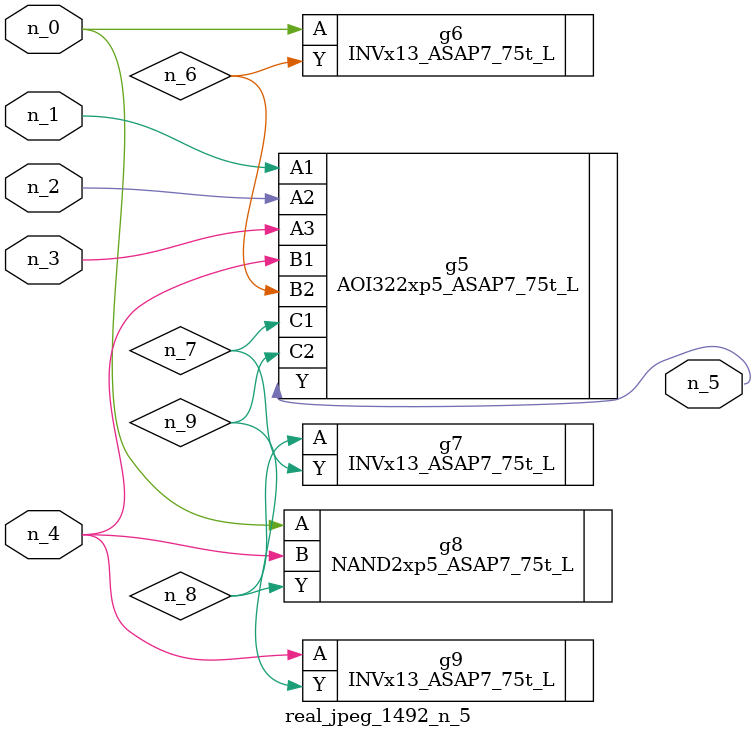
<source format=v>
module real_jpeg_1492_n_5 (n_4, n_0, n_1, n_2, n_3, n_5);

input n_4;
input n_0;
input n_1;
input n_2;
input n_3;

output n_5;

wire n_8;
wire n_6;
wire n_7;
wire n_9;

INVx13_ASAP7_75t_L g6 ( 
.A(n_0),
.Y(n_6)
);

NAND2xp5_ASAP7_75t_L g8 ( 
.A(n_0),
.B(n_4),
.Y(n_8)
);

AOI322xp5_ASAP7_75t_L g5 ( 
.A1(n_1),
.A2(n_2),
.A3(n_3),
.B1(n_4),
.B2(n_6),
.C1(n_7),
.C2(n_9),
.Y(n_5)
);

INVx13_ASAP7_75t_L g9 ( 
.A(n_4),
.Y(n_9)
);

INVx13_ASAP7_75t_L g7 ( 
.A(n_8),
.Y(n_7)
);


endmodule
</source>
